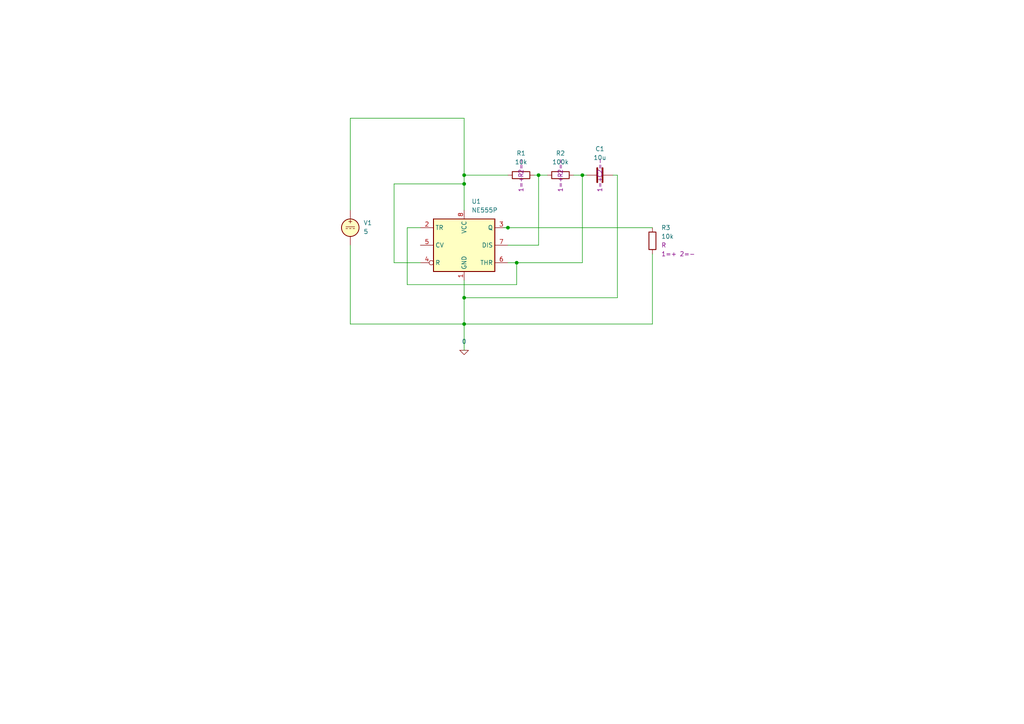
<source format=kicad_sch>
(kicad_sch (version 20250114) (generator "eeschema") (generator_version "9.0")
  (paper "A4")
  (lib_symbols
    (symbol "Device:C" (pin_numbers (hide yes)) (pin_names (offset 0.254))
      (property "Reference" "C" (at 0.635 2.54 0))
      (property "Value" "C" (at 0.635 -2.54 0))
      (symbol "C_0_1"
        (polyline (pts (xy -2.032 0.762) (xy 2.032 0.762)) (stroke (width 0.508)))
        (polyline (pts (xy -2.032 -0.762) (xy 2.032 -0.762)) (stroke (width 0.508)))
      )
      (symbol "C_1_1"
        (pin passive line (at 0 3.81 270) (length 2.794) (name "~") (number "1"))
        (pin passive line (at 0 -3.81 90) (length 2.794) (name "~") (number "2"))
      )
    )
    (symbol "Device:R" (pin_numbers (hide yes)) (pin_names (offset 0))
      (property "Reference" "R" (at 2.032 0 90))
      (property "Value" "R" (at 0 0 90))
      (symbol "R_0_1"
        (rectangle (start -1.016 -2.54) (end 1.016 2.54) (stroke (width 0.254)))
      )
      (symbol "R_1_1"
        (pin passive line (at 0 3.81 270) (length 1.27) (name "~") (number "1"))
        (pin passive line (at 0 -3.81 90) (length 1.27) (name "~") (number "2"))
      )
    )
    (symbol "Simulation_SPICE:0" (power) (pin_numbers (hide yes)) (pin_names (offset 0) (hide yes))
      (property "Value" "0" (at 0 -2.54 0))
      (symbol "0_0_1"
        (polyline (pts (xy -1.27 0) (xy 0 -1.27) (xy 1.27 0) (xy -1.27 0)))
      )
      (symbol "0_1_1"
        (pin power_in line (at 0 0 0) (length 0) (name "~") (number "1"))
      )
    )
    (symbol "Simulation_SPICE:VDC" (pin_numbers (hide yes)) (pin_names (offset 0.0254))
      (property "Reference" "V" (at 2.54 2.54 0))
      (property "Value" "1" (at 2.54 0 0))
      (symbol "VDC_0_0"
        (polyline (pts (xy -1.27 0.254) (xy 1.27 0.254)))
        (polyline (pts (xy -0.762 -0.254) (xy -1.27 -0.254)))
        (polyline (pts (xy 0.254 -0.254) (xy -0.254 -0.254)))
        (polyline (pts (xy 1.27 -0.254) (xy 0.762 -0.254)))
        (text "+" (at 0 1.905 0) (effects (font (size 1.27 1.27))))
      )
      (symbol "VDC_0_1"
        (circle (center 0 0) (radius 2.54) (stroke (width 0.254)) (fill (type background)))
      )
      (symbol "VDC_1_1"
        (pin passive line (at 0 5.08 270) (length 2.54) (name "~") (number "1"))
        (pin passive line (at 0 -5.08 90) (length 2.54) (name "~") (number "2"))
      )
    )
    (symbol "Timer:NE555P"
      (property "Reference" "U" (at -10.16 8.89 0))
      (property "Value" "NE555P" (at 2.54 8.89 0))
      (symbol "NE555P_0_0"
        (pin power_in line (at 0 10.16 270) (length 2.54) (name "VCC") (number "8"))
        (pin power_in line (at 0 -10.16 90) (length 2.54) (name "GND") (number "1"))
      )
      (symbol "NE555P_0_1"
        (rectangle (start -8.89 -7.62) (end 8.89 7.62) (stroke (width 0.254)) (fill (type background)))
        (rectangle (start -8.89 -7.62) (end 8.89 7.62) (stroke (width 0.254)) (fill (type background)))
      )
      (symbol "NE555P_1_1"
        (pin input line (at -12.7 5.08 0) (length 3.81) (name "TR") (number "2"))
        (pin input line (at -12.7 0 0) (length 3.81) (name "CV") (number "5"))
        (pin input inverted (at -12.7 -5.08 0) (length 3.81) (name "R") (number "4"))
        (pin output line (at 12.7 5.08 180) (length 3.81) (name "Q") (number "3"))
        (pin input line (at 12.7 0 180) (length 3.81) (name "DIS") (number "7"))
        (pin input line (at 12.7 -5.08 180) (length 3.81) (name "THR") (number "6"))
      )
    )
  )
  (junction (at 149.86 76.2))
  (junction (at 134.62 86.36))
  (junction (at 134.62 53.34))
  (junction (at 147.32 66.04))
  (junction (at 134.62 50.8))
  (junction (at 134.62 93.98))
  (junction (at 168.91 50.8))
  (junction (at 156.21 50.8))
  (wire (pts (xy 118.11 66.04) (xy 121.92 66.04)))
  (wire (pts (xy 189.23 93.98) (xy 134.62 93.98)))
  (wire (pts (xy 101.6 93.98) (xy 134.62 93.98)))
  (wire (pts (xy 146.05 66.04) (xy 147.32 66.04)))
  (wire (pts (xy 147.32 76.2) (xy 149.86 76.2)))
  (wire (pts (xy 147.32 50.8) (xy 134.62 50.8)))
  (wire (pts (xy 101.6 34.29) (xy 134.62 34.29)))
  (wire (pts (xy 154.94 50.8) (xy 156.21 50.8)))
  (wire (pts (xy 168.91 76.2) (xy 149.86 76.2)))
  (wire (pts (xy 189.23 73.66) (xy 189.23 93.98)))
  (wire (pts (xy 149.86 76.2) (xy 149.86 82.55)))
  (wire (pts (xy 114.3 53.34) (xy 134.62 53.34)))
  (wire (pts (xy 134.62 86.36) (xy 134.62 93.98)))
  (wire (pts (xy 147.32 66.04) (xy 189.23 66.04)))
  (wire (pts (xy 166.37 50.8) (xy 168.91 50.8)))
  (wire (pts (xy 118.11 82.55) (xy 118.11 66.04)))
  (wire (pts (xy 179.07 50.8) (xy 179.07 86.36)))
  (wire (pts (xy 156.21 71.12) (xy 156.21 50.8)))
  (wire (pts (xy 134.62 81.28) (xy 134.62 86.36)))
  (wire (pts (xy 134.62 93.98) (xy 134.62 101.6)))
  (wire (pts (xy 168.91 50.8) (xy 168.91 76.2)))
  (wire (pts (xy 149.86 82.55) (xy 118.11 82.55)))
  (wire (pts (xy 114.3 76.2) (xy 114.3 53.34)))
  (wire (pts (xy 101.6 60.96) (xy 101.6 34.29)))
  (wire (pts (xy 134.62 50.8) (xy 134.62 53.34)))
  (wire (pts (xy 168.91 50.8) (xy 170.18 50.8)))
  (wire (pts (xy 134.62 34.29) (xy 134.62 50.8)))
  (wire (pts (xy 101.6 71.12) (xy 101.6 93.98)))
  (wire (pts (xy 121.92 76.2) (xy 114.3 76.2)))
  (wire (pts (xy 179.07 86.36) (xy 134.62 86.36)))
  (wire (pts (xy 134.62 53.34) (xy 134.62 60.96)))
  (wire (pts (xy 177.8 50.8) (xy 179.07 50.8)))
  (wire (pts (xy 156.21 50.8) (xy 158.75 50.8)))
  (wire (pts (xy 147.32 71.12) (xy 156.21 71.12)))
  (symbol (lib_id "Simulation_SPICE:0") (at 134.62 101.6 0) (unit 1)
    (property "Reference" "#GND01" (effects (hide yes)))
    (property "Value" "0" (at 134.62 99.06 0))
    (property "Datasheet" "https://ngspice.sourceforge.io/docs/ngspice-html-manual/manual.xhtml#subsec_Circuit_elements__device" (effects (hide yes)))
    (property "Description" "0V reference potential for simulation" (effects (hide yes)))
  )
  (symbol (lib_id "Timer:NE555P") (at 134.62 71.12 0) (unit 1)
    (property "Reference" "U1" (at 136.7633 58.42 0) (effects (justify left)))
    (property "Value" "NE555P" (at 136.7633 60.96 0) (effects (justify left)))
    (property "Footprint" "Package_DIP:DIP-8_W7.62mm" (effects (hide yes)))
    (property "Datasheet" "http://www.ti.com/lit/ds/symlink/ne555.pdf" (effects (hide yes)))
    (property "Description" "Precision Timers, 555 compatible,  PDIP-8" (effects (hide yes)))
    (property "Sim.Library" "BIP-555.lib" (effects (hide yes)))
    (property "Sim.Name" "555bip" (effects (hide yes)))
    (property "Sim.Device" "SUBCKT" (effects (hide yes)))
    (property "Sim.Pins" "1=GND 2=Trig 3=Out 4=Reset 5=Vctrl 6=Threas 7=Dis 8=Vcc" (effects (hide yes)))
  )
  (symbol (lib_id "Device:R") (at 151.13 50.8 90) (unit 1)
    (property "Reference" "R1" (at 151.13 44.45 90))
    (property "Value" "10k" (at 151.13 46.99 90))
    (property "Description" "Resistor" (effects (hide yes)))
    (property "Sim.Device" "R" (at 151.13 50.8 0))
    (property "Sim.Pins" "1=+ 2=-" (at 151.13 50.8 0))
  )
  (symbol (lib_id "Device:R") (at 162.56 50.8 90) (unit 1)
    (property "Reference" "R2" (at 162.56 44.45 90))
    (property "Value" "100k" (at 162.56 46.99 90))
    (property "Description" "Resistor" (effects (hide yes)))
    (property "Sim.Device" "R" (at 162.56 50.8 0))
    (property "Sim.Pins" "1=+ 2=-" (at 162.56 50.8 0))
  )
  (symbol (lib_id "Simulation_SPICE:VDC") (at 101.6 66.04 0) (unit 1)
    (property "Reference" "V1" (at 105.41 64.6401 0) (effects (justify left)))
    (property "Value" "5" (at 105.41 67.1801 0) (effects (justify left)))
    (property "Datasheet" "https://ngspice.sourceforge.io/docs/ngspice-html-manual/manual.xhtml#sec_Independent_Sources_for" (effects (hide yes)))
    (property "Description" "Voltage source, DC" (effects (hide yes)))
    (property "Sim.Pins" "1=+ 2=-" (effects (hide yes)))
    (property "Sim.Type" "DC" (effects (hide yes)))
    (property "Sim.Device" "V" (effects (hide yes)))
  )
  (symbol (lib_id "Device:R") (at 189.23 69.85 0) (unit 1)
    (property "Reference" "R3" (at 191.77 66.0399 0) (effects (justify left)))
    (property "Value" "10k" (at 191.77 68.5799 0) (effects (justify left)))
    (property "Description" "Resistor" (effects (hide yes)))
    (property "Sim.Device" "R" (at 191.77 71.1199 0) (effects (justify left)))
    (property "Sim.Pins" "1=+ 2=-" (at 191.77 73.6599 0) (effects (justify left)))
  )
  (symbol (lib_id "Device:C") (at 173.99 50.8 90) (unit 1)
    (property "Reference" "C1" (at 173.99 43.18 90))
    (property "Value" "10u" (at 173.99 45.72 90))
    (property "Description" "Unpolarized capacitor" (effects (hide yes)))
    (property "Sim.Device" "C" (at 173.99 50.8 0))
    (property "Sim.Pins" "1=+ 2=-" (at 173.99 50.8 0))
  )
)
</source>
